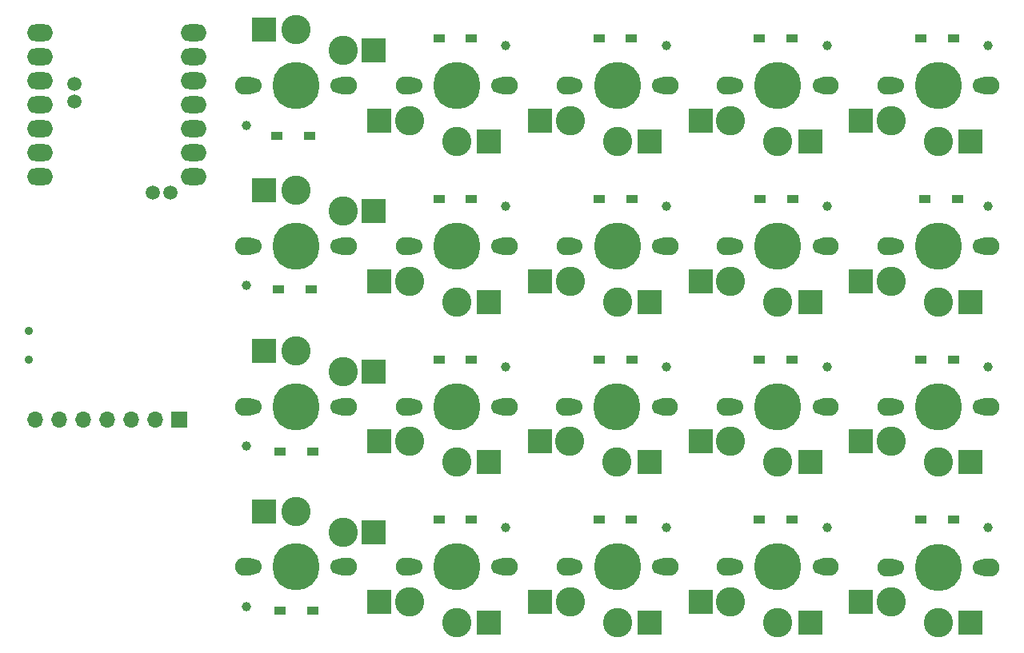
<source format=gbr>
%TF.GenerationSoftware,KiCad,Pcbnew,9.0.2*%
%TF.CreationDate,2025-12-04T00:45:17+09:00*%
%TF.ProjectId,FrostOrtho_R,46726f73-744f-4727-9468-6f5f522e6b69,rev?*%
%TF.SameCoordinates,Original*%
%TF.FileFunction,Soldermask,Bot*%
%TF.FilePolarity,Negative*%
%FSLAX46Y46*%
G04 Gerber Fmt 4.6, Leading zero omitted, Abs format (unit mm)*
G04 Created by KiCad (PCBNEW 9.0.2) date 2025-12-04 00:45:17*
%MOMM*%
%LPD*%
G01*
G04 APERTURE LIST*
%ADD10C,1.900000*%
%ADD11C,3.100000*%
%ADD12C,1.700000*%
%ADD13C,5.000000*%
%ADD14C,1.000000*%
%ADD15R,2.600000X2.600000*%
%ADD16R,1.200000X0.950000*%
%ADD17C,0.900000*%
%ADD18O,2.750000X1.800000*%
%ADD19C,1.500000*%
%ADD20R,1.700000X1.700000*%
%ADD21O,1.700000X1.700000*%
G04 APERTURE END LIST*
D10*
%TO.C,SW15*%
X119000000Y-67500000D03*
X119420000Y-67500000D03*
D11*
X119500000Y-71200000D03*
D12*
X120000000Y-67500000D03*
D13*
X124500000Y-67500000D03*
D11*
X124500000Y-73400000D03*
D12*
X129000000Y-67500000D03*
D10*
X129580000Y-67500000D03*
D14*
X129720000Y-63300000D03*
D10*
X130000000Y-67500000D03*
D15*
X116300000Y-71200000D03*
X127900000Y-73400000D03*
%TD*%
D16*
%TO.C,D18*%
X140050025Y-45500000D03*
X143500025Y-45500000D03*
%TD*%
D10*
%TO.C,SW20*%
X136000000Y-84510000D03*
X136420000Y-84510000D03*
D11*
X136500000Y-88210000D03*
D12*
X137000000Y-84510000D03*
D13*
X141500000Y-84510000D03*
D11*
X141500000Y-90410000D03*
D12*
X146000000Y-84510000D03*
D10*
X146580000Y-84510000D03*
D14*
X146720000Y-80310000D03*
D10*
X147000000Y-84510000D03*
D15*
X133300000Y-88210000D03*
X144900000Y-90410000D03*
%TD*%
D16*
%TO.C,D17*%
X139626525Y-28500000D03*
X143076525Y-28500000D03*
%TD*%
D10*
%TO.C,SW18*%
X136000000Y-50500000D03*
X136420000Y-50500000D03*
D11*
X136500000Y-54200000D03*
D12*
X137000000Y-50500000D03*
D13*
X141500000Y-50500000D03*
D11*
X141500000Y-56400000D03*
D12*
X146000000Y-50500000D03*
D10*
X146580000Y-50500000D03*
D14*
X146720000Y-46300000D03*
D10*
X147000000Y-50500000D03*
D15*
X133300000Y-54200000D03*
X144900000Y-56400000D03*
%TD*%
D10*
%TO.C,SW5*%
X85000000Y-33500000D03*
X85420000Y-33500000D03*
D11*
X85500000Y-37200000D03*
D12*
X86000000Y-33500000D03*
D13*
X90500000Y-33500000D03*
D11*
X90500000Y-39400000D03*
D12*
X95000000Y-33500000D03*
D10*
X95580000Y-33500000D03*
D14*
X95720000Y-29300000D03*
D10*
X96000000Y-33500000D03*
D15*
X82300000Y-37200000D03*
X93900000Y-39400000D03*
%TD*%
D16*
%TO.C,D6*%
X88626525Y-45500000D03*
X92076525Y-45500000D03*
%TD*%
%TO.C,D4*%
X75273475Y-89100000D03*
X71823475Y-89100000D03*
%TD*%
%TO.C,D11*%
X105626525Y-62500000D03*
X109076525Y-62500000D03*
%TD*%
%TO.C,D9*%
X105550025Y-28500000D03*
X109000025Y-28500000D03*
%TD*%
%TO.C,D7*%
X88626525Y-62500000D03*
X92076525Y-62500000D03*
%TD*%
D10*
%TO.C,SW16*%
X119000000Y-84500000D03*
X119420000Y-84500000D03*
D11*
X119500000Y-88200000D03*
D12*
X120000000Y-84500000D03*
D13*
X124500000Y-84500000D03*
D11*
X124500000Y-90400000D03*
D12*
X129000000Y-84500000D03*
D10*
X129580000Y-84500000D03*
D14*
X129720000Y-80300000D03*
D10*
X130000000Y-84500000D03*
D15*
X116300000Y-88200000D03*
X127900000Y-90400000D03*
%TD*%
D16*
%TO.C,D14*%
X122626525Y-45500000D03*
X126076525Y-45500000D03*
%TD*%
%TO.C,D10*%
X105626525Y-45500000D03*
X109076525Y-45500000D03*
%TD*%
D10*
%TO.C,SW2*%
X79000000Y-50500000D03*
X78580000Y-50500000D03*
D11*
X78500000Y-46800000D03*
D12*
X78000000Y-50500000D03*
D13*
X73500000Y-50500000D03*
D11*
X73500000Y-44600000D03*
D12*
X69000000Y-50500000D03*
D10*
X68420000Y-50500000D03*
D14*
X68280000Y-54700000D03*
D10*
X68000000Y-50500000D03*
D15*
X81700000Y-46800000D03*
X70100000Y-44600000D03*
%TD*%
D16*
%TO.C,D12*%
X105550025Y-79500000D03*
X109000025Y-79500000D03*
%TD*%
D10*
%TO.C,SW12*%
X102000000Y-84500000D03*
X102420000Y-84500000D03*
D11*
X102500000Y-88200000D03*
D12*
X103000000Y-84500000D03*
D13*
X107500000Y-84500000D03*
D11*
X107500000Y-90400000D03*
D12*
X112000000Y-84500000D03*
D10*
X112580000Y-84500000D03*
D14*
X112720000Y-80300000D03*
D10*
X113000000Y-84500000D03*
D15*
X99300000Y-88200000D03*
X110900000Y-90400000D03*
%TD*%
D10*
%TO.C,SW6*%
X85000000Y-50500000D03*
X85420000Y-50500000D03*
D11*
X85500000Y-54200000D03*
D12*
X86000000Y-50500000D03*
D13*
X90500000Y-50500000D03*
D11*
X90500000Y-56400000D03*
D12*
X95000000Y-50500000D03*
D10*
X95580000Y-50500000D03*
D14*
X95720000Y-46300000D03*
D10*
X96000000Y-50500000D03*
D15*
X82300000Y-54200000D03*
X93900000Y-56400000D03*
%TD*%
D10*
%TO.C,SW4*%
X79000000Y-84500000D03*
X78580000Y-84500000D03*
D11*
X78500000Y-80800000D03*
D12*
X78000000Y-84500000D03*
D13*
X73500000Y-84500000D03*
D11*
X73500000Y-78600000D03*
D12*
X69000000Y-84500000D03*
D10*
X68420000Y-84500000D03*
D14*
X68280000Y-88700000D03*
D10*
X68000000Y-84500000D03*
D15*
X81700000Y-80800000D03*
X70100000Y-78600000D03*
%TD*%
D16*
%TO.C,D2*%
X75073475Y-55100000D03*
X71623475Y-55100000D03*
%TD*%
D10*
%TO.C,SW3*%
X79000000Y-67500000D03*
X78580000Y-67500000D03*
D11*
X78500000Y-63800000D03*
D12*
X78000000Y-67500000D03*
D13*
X73500000Y-67500000D03*
D11*
X73500000Y-61600000D03*
D12*
X69000000Y-67500000D03*
D10*
X68420000Y-67500000D03*
D14*
X68280000Y-71700000D03*
D10*
X68000000Y-67500000D03*
D15*
X81700000Y-63800000D03*
X70100000Y-61600000D03*
%TD*%
D16*
%TO.C,D16*%
X122550025Y-79500000D03*
X126000025Y-79500000D03*
%TD*%
D10*
%TO.C,SW13*%
X119000000Y-33500000D03*
X119420000Y-33500000D03*
D11*
X119500000Y-37200000D03*
D12*
X120000000Y-33500000D03*
D13*
X124500000Y-33500000D03*
D11*
X124500000Y-39400000D03*
D12*
X129000000Y-33500000D03*
D10*
X129580000Y-33500000D03*
D14*
X129720000Y-29300000D03*
D10*
X130000000Y-33500000D03*
D15*
X116300000Y-37200000D03*
X127900000Y-39400000D03*
%TD*%
D16*
%TO.C,D3*%
X75273475Y-72300000D03*
X71823475Y-72300000D03*
%TD*%
D10*
%TO.C,SW10*%
X102000000Y-50500000D03*
X102420000Y-50500000D03*
D11*
X102500000Y-54200000D03*
D12*
X103000000Y-50500000D03*
D13*
X107500000Y-50500000D03*
D11*
X107500000Y-56400000D03*
D12*
X112000000Y-50500000D03*
D10*
X112580000Y-50500000D03*
D14*
X112720000Y-46300000D03*
D10*
X113000000Y-50500000D03*
D15*
X99300000Y-54200000D03*
X110900000Y-56400000D03*
%TD*%
D10*
%TO.C,SW14*%
X119000000Y-50500000D03*
X119420000Y-50500000D03*
D11*
X119500000Y-54200000D03*
D12*
X120000000Y-50500000D03*
D13*
X124500000Y-50500000D03*
D11*
X124500000Y-56400000D03*
D12*
X129000000Y-50500000D03*
D10*
X129580000Y-50500000D03*
D14*
X129720000Y-46300000D03*
D10*
X130000000Y-50500000D03*
D15*
X116300000Y-54200000D03*
X127900000Y-56400000D03*
%TD*%
D17*
%TO.C,SW21*%
X45200000Y-62500000D03*
X45200000Y-59500000D03*
%TD*%
D10*
%TO.C,SW8*%
X85000000Y-84500000D03*
X85420000Y-84500000D03*
D11*
X85500000Y-88200000D03*
D12*
X86000000Y-84500000D03*
D13*
X90500000Y-84500000D03*
D11*
X90500000Y-90400000D03*
D12*
X95000000Y-84500000D03*
D10*
X95580000Y-84500000D03*
D14*
X95720000Y-80300000D03*
D10*
X96000000Y-84500000D03*
D15*
X82300000Y-88200000D03*
X93900000Y-90400000D03*
%TD*%
D16*
%TO.C,D15*%
X122500025Y-62500000D03*
X125950025Y-62500000D03*
%TD*%
%TO.C,D8*%
X88626525Y-79500000D03*
X92076525Y-79500000D03*
%TD*%
%TO.C,D13*%
X122550025Y-28500000D03*
X126000025Y-28500000D03*
%TD*%
D10*
%TO.C,SW9*%
X102000000Y-33500000D03*
X102420000Y-33500000D03*
D11*
X102500000Y-37200000D03*
D12*
X103000000Y-33500000D03*
D13*
X107500000Y-33500000D03*
D11*
X107500000Y-39400000D03*
D12*
X112000000Y-33500000D03*
D10*
X112580000Y-33500000D03*
D14*
X112720000Y-29300000D03*
D10*
X113000000Y-33500000D03*
D15*
X99300000Y-37200000D03*
X110900000Y-39400000D03*
%TD*%
D10*
%TO.C,SW11*%
X101980000Y-67500000D03*
X102400000Y-67500000D03*
D11*
X102480000Y-71200000D03*
D12*
X102980000Y-67500000D03*
D13*
X107480000Y-67500000D03*
D11*
X107480000Y-73400000D03*
D12*
X111980000Y-67500000D03*
D10*
X112560000Y-67500000D03*
D14*
X112700000Y-63300000D03*
D10*
X112980000Y-67500000D03*
D15*
X99280000Y-71200000D03*
X110880000Y-73400000D03*
%TD*%
D10*
%TO.C,SW7*%
X85000000Y-67500000D03*
X85420000Y-67500000D03*
D11*
X85500000Y-71200000D03*
D12*
X86000000Y-67500000D03*
D13*
X90500000Y-67500000D03*
D11*
X90500000Y-73400000D03*
D12*
X95000000Y-67500000D03*
D10*
X95580000Y-67500000D03*
D14*
X95720000Y-63300000D03*
D10*
X96000000Y-67500000D03*
D15*
X82300000Y-71200000D03*
X93900000Y-73400000D03*
%TD*%
D16*
%TO.C,D5*%
X88626525Y-28500000D03*
X92076525Y-28500000D03*
%TD*%
%TO.C,D1*%
X74899975Y-38800000D03*
X71449975Y-38800000D03*
%TD*%
D18*
%TO.C,U1*%
X46380000Y-27924000D03*
X46380000Y-30464000D03*
X46380000Y-33004000D03*
X46380000Y-35544000D03*
X46380000Y-38084000D03*
X46380000Y-40624000D03*
X46380000Y-43164000D03*
X62620000Y-43164000D03*
X62620000Y-40624000D03*
X62620000Y-38084000D03*
X62620000Y-35544000D03*
X62620000Y-33004000D03*
X62620000Y-30464000D03*
X62620000Y-27924000D03*
D19*
X58335400Y-44856000D03*
X60215000Y-44856000D03*
X50055000Y-35227000D03*
X50055000Y-33322000D03*
%TD*%
D10*
%TO.C,SW1*%
X79000000Y-33500000D03*
X78580000Y-33500000D03*
D11*
X78500000Y-29800000D03*
D12*
X78000000Y-33500000D03*
D13*
X73500000Y-33500000D03*
D11*
X73500000Y-27600000D03*
D12*
X69000000Y-33500000D03*
D10*
X68420000Y-33500000D03*
D14*
X68280000Y-37700000D03*
D10*
X68000000Y-33500000D03*
D15*
X81700000Y-29800000D03*
X70100000Y-27600000D03*
%TD*%
D10*
%TO.C,SW19*%
X136000000Y-67500000D03*
X136420000Y-67500000D03*
D11*
X136500000Y-71200000D03*
D12*
X137000000Y-67500000D03*
D13*
X141500000Y-67500000D03*
D11*
X141500000Y-73400000D03*
D12*
X146000000Y-67500000D03*
D10*
X146580000Y-67500000D03*
D14*
X146720000Y-63300000D03*
D10*
X147000000Y-67500000D03*
D15*
X133300000Y-71200000D03*
X144900000Y-73400000D03*
%TD*%
D16*
%TO.C,D19*%
X139626525Y-62500000D03*
X143076525Y-62500000D03*
%TD*%
D10*
%TO.C,SW17*%
X136000000Y-33500000D03*
X136420000Y-33500000D03*
D11*
X136500000Y-37200000D03*
D12*
X137000000Y-33500000D03*
D13*
X141500000Y-33500000D03*
D11*
X141500000Y-39400000D03*
D12*
X146000000Y-33500000D03*
D10*
X146580000Y-33500000D03*
D14*
X146720000Y-29300000D03*
D10*
X147000000Y-33500000D03*
D15*
X133300000Y-37200000D03*
X144900000Y-39400000D03*
%TD*%
D20*
%TO.C,J1*%
X61100000Y-68900000D03*
D21*
X58560000Y-68900000D03*
X56020000Y-68900000D03*
X53480000Y-68900000D03*
X50940000Y-68900000D03*
X48400000Y-68900000D03*
X45860000Y-68900000D03*
%TD*%
D16*
%TO.C,D20*%
X139626525Y-79500000D03*
X143076525Y-79500000D03*
%TD*%
M02*

</source>
